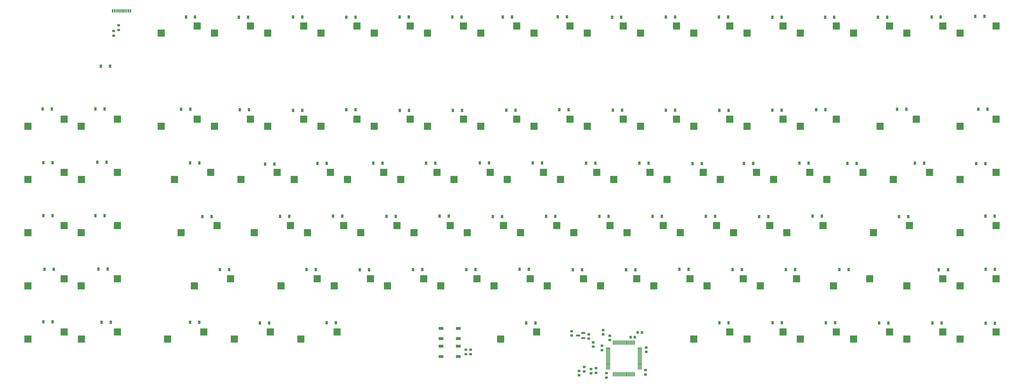
<source format=gbr>
%TF.GenerationSoftware,KiCad,Pcbnew,(6.0.11)*%
%TF.CreationDate,2023-03-01T00:12:33+07:00*%
%TF.ProjectId,Extero75,45787465-726f-4373-952e-6b696361645f,rev?*%
%TF.SameCoordinates,PX23b22f0PYc57ca40*%
%TF.FileFunction,Paste,Bot*%
%TF.FilePolarity,Positive*%
%FSLAX46Y46*%
G04 Gerber Fmt 4.6, Leading zero omitted, Abs format (unit mm)*
G04 Created by KiCad (PCBNEW (6.0.11)) date 2023-03-01 00:12:33*
%MOMM*%
%LPD*%
G01*
G04 APERTURE LIST*
G04 Aperture macros list*
%AMRoundRect*
0 Rectangle with rounded corners*
0 $1 Rounding radius*
0 $2 $3 $4 $5 $6 $7 $8 $9 X,Y pos of 4 corners*
0 Add a 4 corners polygon primitive as box body*
4,1,4,$2,$3,$4,$5,$6,$7,$8,$9,$2,$3,0*
0 Add four circle primitives for the rounded corners*
1,1,$1+$1,$2,$3*
1,1,$1+$1,$4,$5*
1,1,$1+$1,$6,$7*
1,1,$1+$1,$8,$9*
0 Add four rect primitives between the rounded corners*
20,1,$1+$1,$2,$3,$4,$5,0*
20,1,$1+$1,$4,$5,$6,$7,0*
20,1,$1+$1,$6,$7,$8,$9,0*
20,1,$1+$1,$8,$9,$2,$3,0*%
G04 Aperture macros list end*
%ADD10R,2.550000X2.500000*%
%ADD11R,0.900000X1.200000*%
%ADD12RoundRect,0.225000X-0.250000X0.225000X-0.250000X-0.225000X0.250000X-0.225000X0.250000X0.225000X0*%
%ADD13RoundRect,0.225000X0.250000X-0.225000X0.250000X0.225000X-0.250000X0.225000X-0.250000X-0.225000X0*%
%ADD14RoundRect,0.200000X-0.275000X0.200000X-0.275000X-0.200000X0.275000X-0.200000X0.275000X0.200000X0*%
%ADD15R,0.600000X1.150000*%
%ADD16R,0.300000X1.150000*%
%ADD17RoundRect,0.225000X0.225000X0.250000X-0.225000X0.250000X-0.225000X-0.250000X0.225000X-0.250000X0*%
%ADD18R,1.800000X1.100000*%
%ADD19RoundRect,0.150000X0.587500X0.150000X-0.587500X0.150000X-0.587500X-0.150000X0.587500X-0.150000X0*%
%ADD20RoundRect,0.075000X-0.075000X0.700000X-0.075000X-0.700000X0.075000X-0.700000X0.075000X0.700000X0*%
%ADD21RoundRect,0.075000X-0.700000X0.075000X-0.700000X-0.075000X0.700000X-0.075000X0.700000X0.075000X0*%
%ADD22RoundRect,0.200000X0.275000X-0.200000X0.275000X0.200000X-0.275000X0.200000X-0.275000X-0.200000X0*%
G04 APERTURE END LIST*
D10*
%TO.C,Num3*%
X111980000Y97775000D03*
X124907000Y100315000D03*
%TD*%
%TO.C,FNKEY1*%
X264380000Y21575000D03*
X277307000Y24115000D03*
%TD*%
%TO.C,F2*%
X92930000Y131112500D03*
X105857000Y133652500D03*
%TD*%
%TO.C,F5*%
X150080000Y131112500D03*
X163007000Y133652500D03*
%TD*%
%TO.C,G1*%
X164367500Y59675000D03*
X177294500Y62215000D03*
%TD*%
%TO.C,EXTRA6*%
X26255000Y97775000D03*
X39182000Y100315000D03*
%TD*%
%TO.C,L1*%
X240567500Y59675000D03*
X253494500Y62215000D03*
%TD*%
%TO.C,Num7*%
X188180000Y97775000D03*
X201107000Y100315000D03*
%TD*%
%TO.C,MinusSign1*%
X264380000Y97775000D03*
X277307000Y100315000D03*
%TD*%
%TO.C,EXTRA8*%
X26255000Y59675000D03*
X39182000Y62215000D03*
%TD*%
%TO.C,K1*%
X221517500Y59675000D03*
X234444500Y62215000D03*
%TD*%
%TO.C,EXTRA9*%
X26255000Y40625000D03*
X39182000Y43165000D03*
%TD*%
%TO.C,I1*%
X216755000Y78725000D03*
X229682000Y81265000D03*
%TD*%
%TO.C,WINDOWSKEY1*%
X81005000Y21575000D03*
X93932000Y24115000D03*
%TD*%
%TO.C,Num8*%
X207230000Y97775000D03*
X220157000Y100315000D03*
%TD*%
%TO.C,E1*%
X121505000Y78725000D03*
X134432000Y81265000D03*
%TD*%
%TO.C,Num2*%
X92930000Y97775000D03*
X105857000Y100315000D03*
%TD*%
%TO.C,Q1*%
X83405000Y78725000D03*
X96332000Y81265000D03*
%TD*%
%TO.C,Jkey1*%
X202467500Y59675000D03*
X215394500Y62215000D03*
%TD*%
%TO.C,EXTRA5*%
X7205000Y21575000D03*
X20132000Y24115000D03*
%TD*%
%TO.C,U2*%
X197705000Y78725000D03*
X210632000Y81265000D03*
%TD*%
%TO.C,T1*%
X159605000Y78725000D03*
X172532000Y81265000D03*
%TD*%
%TO.C,ESC1*%
X54830000Y131112500D03*
X67757000Y133652500D03*
%TD*%
%TO.C,F4*%
X131030000Y131112500D03*
X143957000Y133652500D03*
%TD*%
%TO.C,EXTRA3*%
X7205000Y59675000D03*
X20132000Y62215000D03*
%TD*%
%TO.C,PRTSC1*%
X321530000Y131112500D03*
X334457000Y133652500D03*
%TD*%
%TO.C,F6*%
X169130000Y131112500D03*
X182057000Y133652500D03*
%TD*%
%TO.C,Num1*%
X73880000Y97775000D03*
X86807000Y100315000D03*
%TD*%
%TO.C,F8*%
X207230000Y131112500D03*
X220157000Y133652500D03*
%TD*%
%TO.C,RIGHTALT1*%
X245330000Y21575000D03*
X258257000Y24115000D03*
%TD*%
%TO.C,EqualSign1*%
X283430000Y97775000D03*
X296357000Y100315000D03*
%TD*%
%TO.C,M1*%
X211992500Y40625000D03*
X224919500Y43165000D03*
%TD*%
%TO.C,Dkey1*%
X126267500Y59675000D03*
X139194500Y62215000D03*
%TD*%
%TO.C,F7*%
X188180000Y131112500D03*
X201107000Y133652500D03*
%TD*%
%TO.C,A1*%
X88167500Y59675000D03*
X101094500Y62215000D03*
%TD*%
%TO.C,O1*%
X235805000Y78725000D03*
X248732000Y81265000D03*
%TD*%
%TO.C,LEFTCTRL1*%
X57192500Y21575000D03*
X70119500Y24115000D03*
%TD*%
%TO.C,SPACEBAR1*%
X176255000Y21575000D03*
X189182000Y24115000D03*
%TD*%
%TO.C,P1*%
X254855000Y78725000D03*
X267782000Y81265000D03*
%TD*%
%TO.C,Quote1*%
X278667500Y59675000D03*
X291594500Y62215000D03*
%TD*%
%TO.C,Fkey1*%
X145317500Y59675000D03*
X158244500Y62215000D03*
%TD*%
%TO.C,RIGHTCONTROL1*%
X283430000Y21575000D03*
X296357000Y24115000D03*
%TD*%
%TO.C,F10*%
X245330000Y131112500D03*
X258257000Y133652500D03*
%TD*%
%TO.C,Ckey1*%
X135792500Y40625000D03*
X148719500Y43165000D03*
%TD*%
%TO.C,Ins1*%
X302480000Y131112500D03*
X315407000Y133652500D03*
%TD*%
%TO.C,N1*%
X192942500Y40625000D03*
X205869500Y43165000D03*
%TD*%
%TO.C,EXTRA2*%
X7205000Y78725000D03*
X20132000Y81265000D03*
%TD*%
%TO.C,EXTRA4*%
X7205000Y40625000D03*
X20132000Y43165000D03*
%TD*%
%TO.C,LEFTALT1*%
X104817500Y21575000D03*
X117744500Y24115000D03*
%TD*%
%TO.C,LEFTARROW1*%
X302480000Y21575000D03*
X315407000Y24115000D03*
%TD*%
%TO.C,CloseBracket1*%
X292955000Y78725000D03*
X305882000Y81265000D03*
%TD*%
%TO.C,Num9*%
X226280000Y97775000D03*
X239207000Y100315000D03*
%TD*%
%TO.C,F9*%
X226280000Y131112500D03*
X239207000Y133652500D03*
%TD*%
%TO.C,X1*%
X116742500Y40625000D03*
X129669500Y43165000D03*
%TD*%
%TO.C,Num6*%
X169130000Y97775000D03*
X182057000Y100315000D03*
%TD*%
%TO.C,Num5*%
X150080000Y97775000D03*
X163007000Y100315000D03*
%TD*%
%TO.C,Slash1*%
X316767500Y78725000D03*
X329694500Y81265000D03*
%TD*%
%TO.C,Num0*%
X245330000Y97775000D03*
X258257000Y100315000D03*
%TD*%
%TO.C,B1*%
X173892500Y40625000D03*
X186819500Y43165000D03*
%TD*%
%TO.C,Z1*%
X97692500Y40625000D03*
X110619500Y43165000D03*
%TD*%
%TO.C,DOWNARROW1*%
X321530000Y21575000D03*
X334457000Y24115000D03*
%TD*%
%TO.C,PgUp1*%
X340580000Y59675000D03*
X353507000Y62215000D03*
%TD*%
%TO.C,Backspace1*%
X312005000Y97775000D03*
X324932000Y100315000D03*
%TD*%
%TO.C,QuestionMark1*%
X269142500Y40625000D03*
X282069500Y43165000D03*
%TD*%
%TO.C,RIGHTARROW1*%
X340580000Y21575000D03*
X353507000Y24115000D03*
%TD*%
%TO.C,Tab1*%
X59592500Y78725000D03*
X72519500Y81265000D03*
%TD*%
%TO.C,Semicolon1*%
X259617500Y59675000D03*
X272544500Y62215000D03*
%TD*%
%TO.C,V1*%
X154842500Y40625000D03*
X167769500Y43165000D03*
%TD*%
%TO.C,End1*%
X340580000Y78725000D03*
X353507000Y81265000D03*
%TD*%
%TO.C,Matilda1*%
X54830000Y97775000D03*
X67757000Y100315000D03*
%TD*%
%TO.C,PgDn1*%
X340580000Y40625000D03*
X353507000Y43165000D03*
%TD*%
%TO.C,ENTER1*%
X309605000Y59675000D03*
X322532000Y62215000D03*
%TD*%
%TO.C,F12*%
X283430000Y131112500D03*
X296357000Y133652500D03*
%TD*%
%TO.C,OpenBracket1*%
X273905000Y78725000D03*
X286832000Y81265000D03*
%TD*%
%TO.C,EXTRA7*%
X26304994Y78725000D03*
X39231994Y81265000D03*
%TD*%
%TO.C,LEFTSHIFT1*%
X66717500Y40625000D03*
X79644500Y43165000D03*
%TD*%
%TO.C,R1*%
X140555000Y78725000D03*
X153482000Y81265000D03*
%TD*%
%TO.C,Hkey1*%
X183417500Y59675000D03*
X196344500Y62215000D03*
%TD*%
%TO.C,CAPSLOCK1*%
X61955000Y59675000D03*
X74882000Y62215000D03*
%TD*%
%TO.C,S1*%
X107217500Y59675000D03*
X120144500Y62215000D03*
%TD*%
%TO.C,Y1*%
X178655000Y78725000D03*
X191582000Y81265000D03*
%TD*%
%TO.C,F3*%
X111980000Y131112500D03*
X124907000Y133652500D03*
%TD*%
%TO.C,CommaSign1*%
X231042500Y40625000D03*
X243969500Y43165000D03*
%TD*%
%TO.C,W1*%
X102455000Y78725000D03*
X115382000Y81265000D03*
%TD*%
%TO.C,DELETE1*%
X340580000Y131112500D03*
X353507000Y133652500D03*
%TD*%
%TO.C,Num4*%
X131030000Y97775000D03*
X143957000Y100315000D03*
%TD*%
%TO.C,UPARROW1*%
X321530000Y40625000D03*
X334457000Y43165000D03*
%TD*%
%TO.C,EXTRA10*%
X26304994Y21575000D03*
X39231994Y24115000D03*
%TD*%
%TO.C,DotSign1*%
X250092500Y40625000D03*
X263019500Y43165000D03*
%TD*%
%TO.C,RIGHTSHIFT1*%
X295317500Y40625000D03*
X308244500Y43165000D03*
%TD*%
%TO.C,F1*%
X73880000Y131112500D03*
X86807000Y133652500D03*
%TD*%
%TO.C,F11*%
X264380000Y131112500D03*
X277307000Y133652500D03*
%TD*%
%TO.C,Home1*%
X340580000Y97775000D03*
X353507000Y100315000D03*
%TD*%
%TO.C,EXTRA1*%
X7205000Y97775000D03*
X20132000Y100315000D03*
%TD*%
D11*
%TO.C,D7*%
X31315000Y103985000D03*
X34615000Y103985000D03*
%TD*%
%TO.C,D93*%
X349765000Y46535000D03*
X353065000Y46535000D03*
%TD*%
%TO.C,D61*%
X235415000Y103585000D03*
X238715000Y103585000D03*
%TD*%
%TO.C,D5*%
X12715000Y27785000D03*
X16015000Y27785000D03*
%TD*%
D12*
%TO.C,C13*%
X209390000Y20415000D03*
X209390000Y18865000D03*
%TD*%
D11*
%TO.C,D55*%
X216115000Y136785000D03*
X219415000Y136785000D03*
%TD*%
D12*
%TO.C,C14*%
X215290000Y22795000D03*
X215290000Y21245000D03*
%TD*%
D13*
%TO.C,C4*%
X228310000Y17005000D03*
X228310000Y18555000D03*
%TD*%
D11*
%TO.C,D56*%
X216415000Y103585000D03*
X219715000Y103585000D03*
%TD*%
%TO.C,D36*%
X144965000Y46485000D03*
X148265000Y46485000D03*
%TD*%
D12*
%TO.C,C11*%
X208590000Y10855000D03*
X208590000Y9305000D03*
%TD*%
D11*
%TO.C,D9*%
X31315000Y65785000D03*
X34615000Y65785000D03*
%TD*%
%TO.C,D64*%
X249715000Y65535000D03*
X253015000Y65535000D03*
%TD*%
%TO.C,D15*%
X65215000Y84685000D03*
X68515000Y84685000D03*
%TD*%
%TO.C,D30*%
X121115000Y103685000D03*
X124415000Y103685000D03*
%TD*%
D14*
%TO.C,R5*%
X39665000Y133910000D03*
X39665000Y132260000D03*
%TD*%
D11*
%TO.C,D39*%
X159015000Y136885000D03*
X162315000Y136885000D03*
%TD*%
D13*
%TO.C,C1*%
X165500000Y16215000D03*
X165500000Y17765000D03*
%TD*%
D11*
%TO.C,D12*%
X63715000Y136885000D03*
X67015000Y136885000D03*
%TD*%
%TO.C,D10*%
X32415000Y46685000D03*
X35715000Y46685000D03*
%TD*%
%TO.C,D33*%
X135465000Y65535000D03*
X138765000Y65535000D03*
%TD*%
D15*
%TO.C,J1*%
X37490000Y139100000D03*
X38290000Y139100000D03*
D16*
X39440000Y139100000D03*
X40440000Y139100000D03*
X40940000Y139100000D03*
X41940000Y139100000D03*
D15*
X43090000Y139100000D03*
X43890000Y139100000D03*
X43890000Y139100000D03*
X43090000Y139100000D03*
D16*
X42440000Y139100000D03*
X41440000Y139100000D03*
X39940000Y139100000D03*
X38940000Y139100000D03*
D15*
X38290000Y139100000D03*
X37490000Y139100000D03*
%TD*%
D11*
%TO.C,D35*%
X140215000Y103485000D03*
X143515000Y103485000D03*
%TD*%
%TO.C,D41*%
X164015000Y46485000D03*
X167315000Y46485000D03*
%TD*%
D12*
%TO.C,C2*%
X212900000Y24825000D03*
X212900000Y23275000D03*
%TD*%
D11*
%TO.C,D34*%
X140115000Y136885000D03*
X143415000Y136885000D03*
%TD*%
%TO.C,D79*%
X292615000Y27435000D03*
X295915000Y27435000D03*
%TD*%
D13*
%TO.C,C9*%
X228100000Y8925000D03*
X228100000Y10475000D03*
%TD*%
D14*
%TO.C,R6*%
X206140000Y11615000D03*
X206140000Y9965000D03*
%TD*%
D11*
%TO.C,D90*%
X347115000Y103885000D03*
X350415000Y103885000D03*
%TD*%
%TO.C,D48*%
X187815000Y84685000D03*
X191115000Y84685000D03*
%TD*%
%TO.C,D63*%
X244915000Y84385000D03*
X248215000Y84385000D03*
%TD*%
%TO.C,D25*%
X106815000Y46485000D03*
X110115000Y46485000D03*
%TD*%
%TO.C,D53*%
X206815000Y84585000D03*
X210115000Y84585000D03*
%TD*%
%TO.C,D14*%
X65215000Y27585000D03*
X68515000Y27585000D03*
%TD*%
%TO.C,D50*%
X196715000Y136985000D03*
X200015000Y136985000D03*
%TD*%
%TO.C,D47*%
X185415000Y27335000D03*
X188715000Y27335000D03*
%TD*%
%TO.C,D6*%
X36615000Y119285000D03*
X33315000Y119285000D03*
%TD*%
%TO.C,D45*%
X178315000Y103585000D03*
X181615000Y103585000D03*
%TD*%
%TO.C,D28*%
X116365000Y65585000D03*
X119665000Y65585000D03*
%TD*%
D13*
%TO.C,C5*%
X201650000Y22835000D03*
X201650000Y24385000D03*
%TD*%
D11*
%TO.C,D26*%
X110715000Y84485000D03*
X114015000Y84485000D03*
%TD*%
%TO.C,D42*%
X168815000Y84685000D03*
X172115000Y84685000D03*
%TD*%
%TO.C,D62*%
X240215000Y46585000D03*
X243515000Y46585000D03*
%TD*%
%TO.C,D94*%
X346015000Y137185000D03*
X349315000Y137185000D03*
%TD*%
%TO.C,D83*%
X311665000Y27385000D03*
X314965000Y27385000D03*
%TD*%
%TO.C,D92*%
X349715000Y65585000D03*
X353015000Y65585000D03*
%TD*%
%TO.C,D11*%
X33515000Y27585000D03*
X36815000Y27585000D03*
%TD*%
%TO.C,D22*%
X97365000Y65535000D03*
X100665000Y65535000D03*
%TD*%
D12*
%TO.C,C10*%
X204300000Y10185000D03*
X204300000Y8635000D03*
%TD*%
D11*
%TO.C,D19*%
X83015000Y103685000D03*
X86315000Y103685000D03*
%TD*%
%TO.C,D54*%
X211615000Y65535000D03*
X214915000Y65535000D03*
%TD*%
%TO.C,D91*%
X346415000Y84385000D03*
X349715000Y84385000D03*
%TD*%
%TO.C,D71*%
X273515000Y136785000D03*
X276815000Y136785000D03*
%TD*%
%TO.C,D76*%
X287865000Y65635000D03*
X291165000Y65635000D03*
%TD*%
%TO.C,D72*%
X273515000Y103585000D03*
X276815000Y103585000D03*
%TD*%
%TO.C,D73*%
X273565000Y27435000D03*
X276865000Y27435000D03*
%TD*%
D12*
%TO.C,C6*%
X212530000Y19205000D03*
X212530000Y17655000D03*
%TD*%
D11*
%TO.C,D13*%
X62015000Y103885000D03*
X65315000Y103885000D03*
%TD*%
%TO.C,D16*%
X69615000Y65485000D03*
X72915000Y65485000D03*
%TD*%
%TO.C,D31*%
X125915000Y46435000D03*
X129215000Y46435000D03*
%TD*%
%TO.C,D21*%
X92015000Y84285000D03*
X95315000Y84285000D03*
%TD*%
%TO.C,D95*%
X349765000Y27285000D03*
X353065000Y27285000D03*
%TD*%
D17*
%TO.C,C7*%
X224270000Y22270000D03*
X222720000Y22270000D03*
%TD*%
D11*
%TO.C,D82*%
X311215000Y136785000D03*
X314515000Y136785000D03*
%TD*%
%TO.C,D88*%
X330715000Y27385000D03*
X334015000Y27385000D03*
%TD*%
%TO.C,D66*%
X254515000Y103485000D03*
X257815000Y103485000D03*
%TD*%
%TO.C,D23*%
X102015000Y136885000D03*
X105315000Y136885000D03*
%TD*%
%TO.C,D75*%
X283115000Y84585000D03*
X286415000Y84585000D03*
%TD*%
%TO.C,D77*%
X292315000Y136785000D03*
X295615000Y136785000D03*
%TD*%
D18*
%TO.C,SW2*%
X161165000Y25435000D03*
X154965000Y25435000D03*
X154965000Y21735000D03*
X161165000Y21735000D03*
%TD*%
D11*
%TO.C,D43*%
X173515000Y65485000D03*
X176815000Y65485000D03*
%TD*%
D18*
%TO.C,SW1*%
X161165000Y19035000D03*
X154965000Y19035000D03*
X154965000Y15335000D03*
X161165000Y15335000D03*
%TD*%
D19*
%TO.C,U3*%
X205802500Y23835000D03*
X205802500Y21935000D03*
X203927500Y22885000D03*
%TD*%
D14*
%TO.C,R4*%
X37880000Y131880000D03*
X37880000Y130230000D03*
%TD*%
D11*
%TO.C,D89*%
X330415000Y136885000D03*
X333715000Y136885000D03*
%TD*%
%TO.C,D29*%
X121115000Y136785000D03*
X124415000Y136785000D03*
%TD*%
%TO.C,D2*%
X12715000Y84785000D03*
X16015000Y84785000D03*
%TD*%
%TO.C,D17*%
X75865000Y46485000D03*
X79165000Y46485000D03*
%TD*%
%TO.C,D37*%
X149615000Y84585000D03*
X152915000Y84585000D03*
%TD*%
D17*
%TO.C,C12*%
X226825000Y23950000D03*
X225275000Y23950000D03*
%TD*%
D11*
%TO.C,D84*%
X318115000Y103885000D03*
X321415000Y103885000D03*
%TD*%
%TO.C,D80*%
X300340000Y84500000D03*
X303640000Y84500000D03*
%TD*%
%TO.C,D20*%
X90165000Y27385000D03*
X93465000Y27385000D03*
%TD*%
%TO.C,D32*%
X130715000Y84585000D03*
X134015000Y84585000D03*
%TD*%
%TO.C,D69*%
X263315000Y84485000D03*
X266615000Y84485000D03*
%TD*%
D14*
%TO.C,R7*%
X210405000Y11170000D03*
X210405000Y9520000D03*
%TD*%
D11*
%TO.C,D18*%
X82615000Y136785000D03*
X85915000Y136785000D03*
%TD*%
%TO.C,D74*%
X278315000Y46485000D03*
X281615000Y46485000D03*
%TD*%
%TO.C,D57*%
X221165000Y46385000D03*
X224465000Y46385000D03*
%TD*%
%TO.C,D70*%
X268765000Y65485000D03*
X272065000Y65485000D03*
%TD*%
%TO.C,D85*%
X318765000Y65485000D03*
X322065000Y65485000D03*
%TD*%
%TO.C,D1*%
X12415000Y103985000D03*
X15715000Y103985000D03*
%TD*%
%TO.C,D78*%
X289115000Y103685000D03*
X292415000Y103685000D03*
%TD*%
%TO.C,D60*%
X235415000Y136885000D03*
X238715000Y136885000D03*
%TD*%
%TO.C,D3*%
X12715000Y65760000D03*
X16015000Y65760000D03*
%TD*%
%TO.C,D49*%
X192565000Y65535000D03*
X195865000Y65535000D03*
%TD*%
D20*
%TO.C,U1*%
X216615000Y20335000D03*
X217115000Y20335000D03*
X217615000Y20335000D03*
X218115000Y20335000D03*
X218615000Y20335000D03*
X219115000Y20335000D03*
X219615000Y20335000D03*
X220115000Y20335000D03*
X220615000Y20335000D03*
X221115000Y20335000D03*
X221615000Y20335000D03*
X222115000Y20335000D03*
X222615000Y20335000D03*
X223115000Y20335000D03*
X223615000Y20335000D03*
X224115000Y20335000D03*
D21*
X226040000Y18410000D03*
X226040000Y17910000D03*
X226040000Y17410000D03*
X226040000Y16910000D03*
X226040000Y16410000D03*
X226040000Y15910000D03*
X226040000Y15410000D03*
X226040000Y14910000D03*
X226040000Y14410000D03*
X226040000Y13910000D03*
X226040000Y13410000D03*
X226040000Y12910000D03*
X226040000Y12410000D03*
X226040000Y11910000D03*
X226040000Y11410000D03*
X226040000Y10910000D03*
D20*
X224115000Y8985000D03*
X223615000Y8985000D03*
X223115000Y8985000D03*
X222615000Y8985000D03*
X222115000Y8985000D03*
X221615000Y8985000D03*
X221115000Y8985000D03*
X220615000Y8985000D03*
X220115000Y8985000D03*
X219615000Y8985000D03*
X219115000Y8985000D03*
X218615000Y8985000D03*
X218115000Y8985000D03*
X217615000Y8985000D03*
X217115000Y8985000D03*
X216615000Y8985000D03*
D21*
X214690000Y10910000D03*
X214690000Y11410000D03*
X214690000Y11910000D03*
X214690000Y12410000D03*
X214690000Y12910000D03*
X214690000Y13410000D03*
X214690000Y13910000D03*
X214690000Y14410000D03*
X214690000Y14910000D03*
X214690000Y15410000D03*
X214690000Y15910000D03*
X214690000Y16410000D03*
X214690000Y16910000D03*
X214690000Y17410000D03*
X214690000Y17910000D03*
X214690000Y18410000D03*
%TD*%
D13*
%TO.C,C8*%
X207790000Y21735000D03*
X207790000Y23285000D03*
%TD*%
D11*
%TO.C,D44*%
X177015000Y136885000D03*
X180315000Y136885000D03*
%TD*%
D22*
%TO.C,R3*%
X163865000Y16160000D03*
X163865000Y17810000D03*
%TD*%
D11*
%TO.C,D51*%
X197315000Y103685000D03*
X200615000Y103685000D03*
%TD*%
%TO.C,D58*%
X225915000Y84585000D03*
X229215000Y84585000D03*
%TD*%
%TO.C,D38*%
X154465000Y65585000D03*
X157765000Y65585000D03*
%TD*%
%TO.C,D65*%
X254315000Y136885000D03*
X257615000Y136885000D03*
%TD*%
D12*
%TO.C,C3*%
X214090000Y9375000D03*
X214090000Y7825000D03*
%TD*%
D11*
%TO.C,D67*%
X254515000Y27435000D03*
X257815000Y27435000D03*
%TD*%
%TO.C,D81*%
X297470000Y46500000D03*
X300770000Y46500000D03*
%TD*%
%TO.C,D8*%
X32015000Y84885000D03*
X35315000Y84885000D03*
%TD*%
%TO.C,D86*%
X324480000Y84610000D03*
X327780000Y84610000D03*
%TD*%
%TO.C,D87*%
X332980000Y46390000D03*
X336280000Y46390000D03*
%TD*%
%TO.C,D68*%
X259265000Y46485000D03*
X262565000Y46485000D03*
%TD*%
%TO.C,D4*%
X13115000Y46585000D03*
X16415000Y46585000D03*
%TD*%
%TO.C,D40*%
X159215000Y103485000D03*
X162515000Y103485000D03*
%TD*%
%TO.C,D27*%
X114015000Y27435000D03*
X117315000Y27435000D03*
%TD*%
%TO.C,D52*%
X202115000Y46435000D03*
X205415000Y46435000D03*
%TD*%
%TO.C,D59*%
X230665000Y65535000D03*
X233965000Y65535000D03*
%TD*%
%TO.C,D46*%
X183015000Y46535000D03*
X186315000Y46535000D03*
%TD*%
%TO.C,D24*%
X102015000Y103485000D03*
X105315000Y103485000D03*
%TD*%
M02*

</source>
